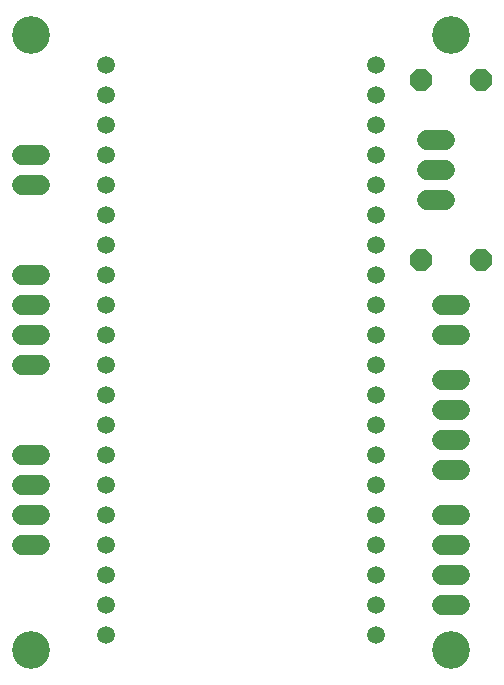
<source format=gbs>
G75*
%MOIN*%
%OFA0B0*%
%FSLAX25Y25*%
%IPPOS*%
%LPD*%
%AMOC8*
5,1,8,0,0,1.08239X$1,22.5*
%
%ADD10C,0.12611*%
%ADD11C,0.06737*%
%ADD12OC8,0.07100*%
%ADD13C,0.06800*%
%ADD14C,0.05950*%
D10*
X0021760Y0012000D03*
X0161760Y0012000D03*
X0161760Y0217000D03*
X0021760Y0217000D03*
D11*
X0024728Y0177000D02*
X0018791Y0177000D01*
X0018791Y0167000D02*
X0024728Y0167000D01*
X0024728Y0137000D02*
X0018791Y0137000D01*
X0018791Y0127000D02*
X0024728Y0127000D01*
X0024728Y0117000D02*
X0018791Y0117000D01*
X0018791Y0107000D02*
X0024728Y0107000D01*
X0024728Y0077000D02*
X0018791Y0077000D01*
X0018791Y0067000D02*
X0024728Y0067000D01*
X0024728Y0057000D02*
X0018791Y0057000D01*
X0018791Y0047000D02*
X0024728Y0047000D01*
X0158791Y0047000D02*
X0164728Y0047000D01*
X0164728Y0037000D02*
X0158791Y0037000D01*
X0158791Y0027000D02*
X0164728Y0027000D01*
X0164728Y0057000D02*
X0158791Y0057000D01*
X0158791Y0072000D02*
X0164728Y0072000D01*
X0164728Y0082000D02*
X0158791Y0082000D01*
X0158791Y0092000D02*
X0164728Y0092000D01*
X0164728Y0102000D02*
X0158791Y0102000D01*
X0158791Y0117000D02*
X0164728Y0117000D01*
X0164728Y0127000D02*
X0158791Y0127000D01*
D12*
X0151760Y0142000D03*
X0171760Y0142000D03*
X0171760Y0202000D03*
X0151760Y0202000D03*
D13*
X0153760Y0182000D02*
X0159760Y0182000D01*
X0159760Y0172000D02*
X0153760Y0172000D01*
X0153760Y0162000D02*
X0159760Y0162000D01*
D14*
X0136760Y0157000D03*
X0136760Y0167000D03*
X0136760Y0177000D03*
X0136760Y0187000D03*
X0136760Y0197000D03*
X0136760Y0207000D03*
X0136760Y0147000D03*
X0136760Y0137000D03*
X0136760Y0127000D03*
X0136760Y0117000D03*
X0136760Y0107000D03*
X0136760Y0097000D03*
X0136760Y0087000D03*
X0136760Y0077000D03*
X0136760Y0067000D03*
X0136760Y0057000D03*
X0136760Y0047000D03*
X0136760Y0037000D03*
X0136760Y0027000D03*
X0136760Y0017000D03*
X0046760Y0017000D03*
X0046760Y0027000D03*
X0046760Y0037000D03*
X0046760Y0047000D03*
X0046760Y0057000D03*
X0046760Y0067000D03*
X0046760Y0077000D03*
X0046760Y0087000D03*
X0046760Y0097000D03*
X0046760Y0107000D03*
X0046760Y0117000D03*
X0046760Y0127000D03*
X0046760Y0137000D03*
X0046760Y0147000D03*
X0046760Y0157000D03*
X0046760Y0167000D03*
X0046760Y0177000D03*
X0046760Y0187000D03*
X0046760Y0197000D03*
X0046760Y0207000D03*
M02*

</source>
